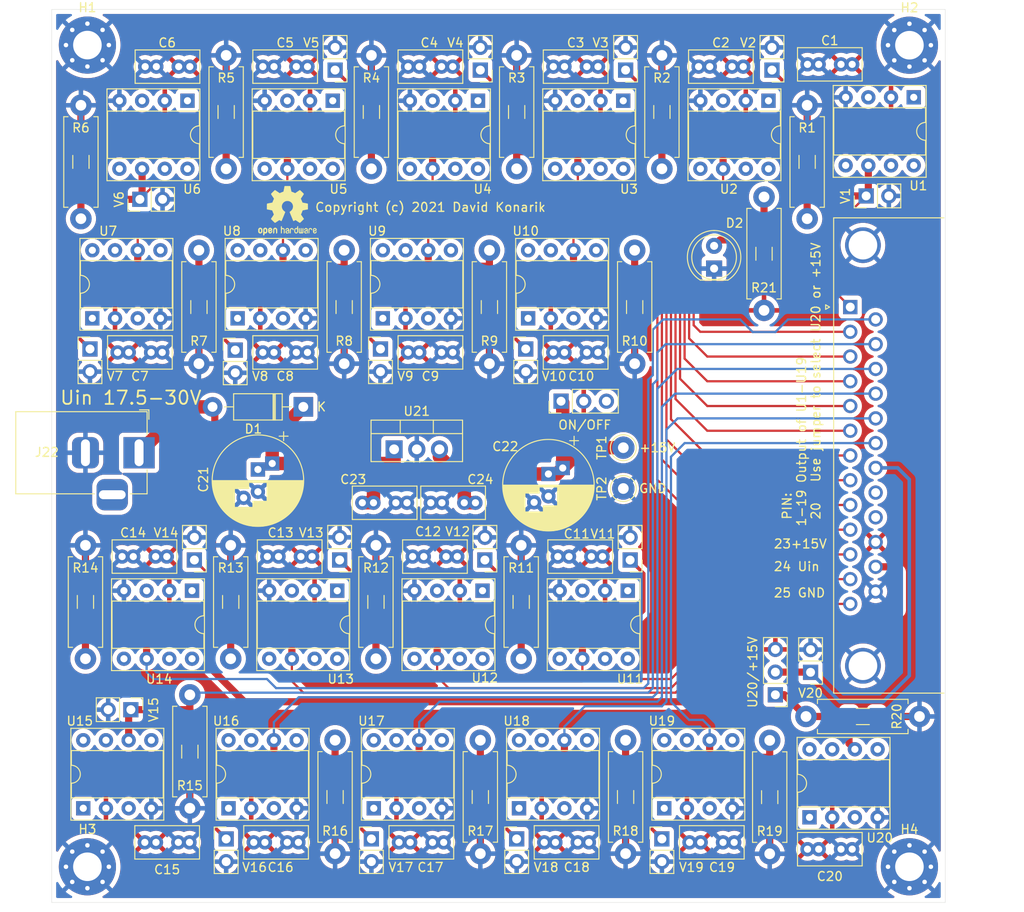
<source format=kicad_pcb>
(kicad_pcb (version 20211014) (generator pcbnew)
  (layers (0 "F.Cu" signal "Front") (31 "B.Cu" signal "Back") (34 "B.Paste" user) (35 "F.Paste" user) (36 "B.SilkS" user "B.Silkscreen") (37 "F.SilkS" user "F.Silkscreen") (38 "B.Mask" user) (39 "F.Mask" user) (44 "Edge.Cuts" user))
  (net 0 "")
  (net 1 "+15V")
  (net 2 "GNDD")
  (net 103 "Net-(JP1-Pad1)")
  (net 105 "/Uin")
  (net 106 "Net-(C21-Pad1)")
  (net 108 "/1")
  (net 109 "/2")
  (net 110 "/3")
  (net 111 "/4")
  (net 112 "/5")
  (net 113 "/6")
  (net 114 "/7")
  (net 115 "/8")
  (net 116 "/9")
  (net 117 "/10")
  (net 118 "Net-(D2-Pad2)")
  (net 119 "Net-(C22-Pad1)")
  (net 122 "Net-(J23-Pad11)")
  (net 123 "Net-(J23-Pad12)")
  (net 124 "Net-(J23-Pad13)")
  (net 125 "Net-(J23-Pad14)")
  (net 126 "Net-(J23-Pad15)")
  (net 127 "Net-(J23-Pad16)")
  (net 128 "Net-(J23-Pad17)")
  (net 129 "Net-(J23-Pad18)")
  (net 130 "Net-(J23-Pad19)")
  (net 131 "Net-(J23-Pad20)")
  (footprint "LED_THT:LED_D5.0mm" (layer "F.Cu") (at 215.138 48.011 90)
    (fp_text reference "D2")
    (fp_text value "LED")
  )
  (footprint "Package_DIP:DIP-8_W7.62mm_Socket" (layer "F.Cu") (at 156.708 84.084 -90)
    (fp_text reference "U14")
    (fp_text value "LT1019xN8")
  )
  (footprint "Capacitor_THT:C_Rect_L7.0mm_W3.5mm_P2.50mm_P5.00mm" (layer "F.Cu") (at 156.464 25.4 180)
    (fp_text reference "C6")
    (fp_text value "100n")
  )
  (footprint "Capacitor_THT:C_Rect_L7.0mm_W3.5mm_P2.50mm_P5.00mm" (layer "F.Cu") (at 163.616 112.268)
    (fp_text reference "C16")
    (fp_text value "100n")
  )
  (footprint "Capacitor_THT:C_Rect_L7.0mm_W3.5mm_P2.50mm_P5.00mm" (layer "F.Cu") (at 151.424 112.268)
    (fp_text reference "C15")
    (fp_text value "100n")
  )
  (footprint "Capacitor_THT:C_Rect_L7.0mm_W3.5mm_P2.50mm_P5.00mm" (layer "F.Cu") (at 218.4 25.4 180)
    (fp_text reference "C2")
    (fp_text value "100n")
  )
  (footprint "David:THT_R_1206_3216Metric_Pad1.30x1.75mm_HandSolder" (layer "F.Cu") (at 220.726 46.355 -90)
    (fp_text reference "R21")
    (fp_text value "R_Small")
  )
  (footprint "Capacitor_THT:C_Rect_L7.0mm_W3.5mm_P2.50mm_P5.00mm" (layer "F.Cu") (at 164.632 57.404)
    (fp_text reference "C8")
    (fp_text value "100n")
  )
  (footprint "Connector_BarrelJack:BarrelJack_Horizontal" (layer "F.Cu") (at 150.78 68.6385)
    (fp_text reference "J22")
    (fp_text value "Barrel_Jack_MountingPin")
  )
  (footprint "Connector_PinHeader_2.54mm:PinHeader_1x02_P2.54mm_Vertical" (layer "F.Cu") (at 189.484 80.65 180)
    (fp_text reference "V12")
    (fp_text value "Conn_01x01")
  )
  (footprint "Package_DIP:DIP-8_W7.62mm_Socket" (layer "F.Cu") (at 221.224 29.22 -90)
    (fp_text reference "U2")
    (fp_text value "LT1019xN8")
  )
  (footprint "David:THT_R_1206_3216Metric_Pad1.30x1.75mm_HandSolder" (layer "F.Cu") (at 189.992 52.324 -90)
    (fp_text reference "R9")
    (fp_text value "R_Small")
  )
  (footprint "Capacitor_THT:C_Rect_L7.0mm_W3.5mm_P2.50mm_P5.00mm" (layer "F.Cu") (at 188.428 74.239 180)
    (fp_text reference "C24")
    (fp_text value "100n")
  )
  (footprint "David:THT_R_1206_3216Metric_Pad1.30x1.75mm_HandSolder" (layer "F.Cu") (at 172.72 107.188 -90)
    (fp_text reference "R16")
    (fp_text value "R_Small")
  )
  (footprint "Capacitor_THT:C_Rect_L7.0mm_W3.5mm_P2.50mm_P5.00mm" (layer "F.Cu") (at 186.396 80.264 180)
    (fp_text reference "C12")
    (fp_text value "100n")
  )
  (footprint "Capacitor_THT:C_Rect_L7.0mm_W3.5mm_P2.50mm_P5.00mm" (layer "F.Cu") (at 212.384 112.268)
    (fp_text reference "C19")
    (fp_text value "100n")
  )
  (footprint "Connector_PinHeader_2.54mm:PinHeader_1x02_P2.54mm_Vertical" (layer "F.Cu") (at 225.933 93.223 180)
    (fp_text reference "V20")
    (fp_text value "Conn_01x01")
  )
  (footprint "Capacitor_THT:C_Rect_L7.0mm_W3.5mm_P2.50mm_P5.00mm" (layer "F.Cu") (at 202.144 25.4 180)
    (fp_text reference "C3")
    (fp_text value "100n")
  )
  (footprint "Capacitor_THT:C_Rect_L7.0mm_W3.5mm_P2.50mm_P5.00mm" (layer "F.Cu") (at 197.144 57.404)
    (fp_text reference "C10")
    (fp_text value "100n")
  )
  (footprint "MountingHole:MountingHole_3.2mm_M3_Pad_Via" (layer "F.Cu") (at 237 115)
    (fp_text reference "H4")
    (fp_text value "MountingHole_Pad")
  )
  (footprint "Connector_PinHeader_2.54mm:PinHeader_1x02_P2.54mm_Vertical" (layer "F.Cu") (at 221.615 25.786 180)
    (fp_text reference "V2")
    (fp_text value "Conn_01x01")
  )
  (footprint "David:THT_R_1206_3216Metric_Pad1.30x1.75mm_HandSolder" (layer "F.Cu") (at 205.232 107.188 -90)
    (fp_text reference "R18")
    (fp_text value "R_Small")
  )
  (footprint "Package_DIP:DIP-8_W7.62mm_Socket" (layer "F.Cu") (at 188.712 29.22 -90)
    (fp_text reference "U4")
    (fp_text value "LT1019xN8")
  )
  (footprint "Capacitor_THT:CP_Radial_D10.0mm_P2.50mm_P5.00mm" (layer "F.Cu") (at 164.084 70.510323 -90)
    (fp_text reference "C21")
    (fp_text value "10uF")
  )
  (footprint "Package_TO_SOT_THT:TO-220-3_Vertical" (layer "F.Cu") (at 179.324 68.255)
    (fp_text reference "U21")
    (fp_text value "LM7815_TO220")
  )
  (footprint "Package_DIP:DIP-8_W7.62mm_Socket" (layer "F.Cu") (at 193.304 108.448 90)
    (fp_text reference "U18")
    (fp_text value "LT1019xN8")
  )
  (footprint "Connector_PinHeader_2.54mm:PinHeader_1x02_P2.54mm_Vertical" (layer "F.Cu") (at 194.056 57.018)
    (fp_text reference "V10")
    (fp_text value "Conn_01x01")
  )
  (footprint "Connector_PinHeader_2.54mm:PinHeader_1x02_P2.54mm_Vertical" (layer "F.Cu") (at 149.865 97.409 -90)
    (fp_text reference "V15")
    (fp_text value "Conn_01x01")
  )
  (footprint "Connector_PinHeader_2.54mm:PinHeader_1x02_P2.54mm_Vertical" (layer "F.Cu") (at 193.04 111.882)
    (fp_text reference "V18")
    (fp_text value "Conn_01x01")
  )
  (footprint "Package_DIP:DIP-8_W7.62mm_Socket" (layer "F.Cu") (at 209.56 108.448 90)
    (fp_text reference "U19")
    (fp_text value "LT1019xN8")
  )
  (footprint "TestPoint:TestPoint_THTPad_D2.5mm_Drill1.2mm" (layer "F.Cu") (at 204.978 72.644)
    (fp_text reference "TP2")
    (fp_text value "GND")
  )
  (footprint "Package_DIP:DIP-8_W7.62mm_Socket" (layer "F.Cu") (at 172.964 84.084 -90)
    (fp_text reference "U13")
    (fp_text value "LT1019xN8")
  )
  (footprint "David:THT_R_1206_3216Metric_Pad1.30x1.75mm_HandSolder" (layer "F.Cu") (at 231.785 98.171)
    (fp_text reference "R20")
    (fp_text value "R_Small")
  )
  (footprint "Connector_PinHeader_2.54mm:PinHeader_1x03_P2.54mm_Vertical" (layer "F.Cu") (at 221.996 95.743 180)
    (fp_text reference "JP1" hide)
    (fp_text value "Jumper_2_Open")
  )
  (footprint "David:THT_R_1206_3216Metric_Pad1.30x1.75mm_HandSolder" (layer "F.Cu") (at 160.528 30.48 90)
    (fp_text reference "R5")
    (fp_text value "R_Small")
  )
  (footprint "Capacitor_THT:C_Rect_L7.0mm_W3.5mm_P2.50mm_P5.00mm" (layer "F.Cu") (at 230.592 25.146 180)
    (fp_text reference "C1")
    (fp_text value "100n")
  )
  (footprint "David:THT_R_1206_3216Metric_Pad1.30x1.75mm_HandSolder" (layer "F.Cu") (at 144.272 36.068 90)
    (fp_text reference "R6")
    (fp_text value "R_Small")
  )
  (footprint "TestPoint:TestPoint_THTPad_D2.5mm_Drill1.2mm" (layer "F.Cu") (at 204.978 68.072)
    (fp_text reference "TP1")
    (fp_text value "+15V")
  )
  (footprint "David:THT_R_1206_3216Metric_Pad1.30x1.75mm_HandSolder" (layer "F.Cu") (at 221.361 107.206 -90)
    (fp_text reference "R19")
    (fp_text value "R_Small")
  )
  (footprint "Package_DIP:DIP-8_W7.62mm_Socket" (layer "F.Cu") (at 144.536 108.448 90)
    (fp_text reference "U15")
    (fp_text value "LT1019xN8")
  )
  (footprint "Capacitor_THT:CP_Radial_D10.0mm_P2.50mm_P5.00mm" (layer "F.Cu") (at 196.596 71.018323 -90)
    (fp_text reference "C22")
    (fp_text value "10uF")
  )
  (footprint "Capacitor_THT:C_Rect_L7.0mm_W3.5mm_P2.50mm_P5.00mm" (layer "F.Cu") (at 225.592 113.03)
    (fp_text reference "C20")
    (fp_text value "100n")
  )
  (footprint "Connector_PinHeader_2.54mm:PinHeader_1x02_P2.54mm_Vertical" (layer "F.Cu") (at 177.8 57.018)
    (fp_text reference "V9")
    (fp_text value "Conn_01x01")
  )
  (footprint "Capacitor_THT:C_Rect_L7.0mm_W3.5mm_P2.50mm_P5.00mm" (layer "F.Cu") (at 170.14 80.264 180)
    (fp_text reference "C13")
    (fp_text value "100n")
  )
  (footprint "Connector_PinHeader_2.54mm:PinHeader_1x02_P2.54mm_Vertical" (layer "F.Cu") (at 188.976 25.786 180)
    (fp_text reference "V4")
    (fp_text value "Conn_01x01")
  )
  (footprint "Connector_PinHeader_2.54mm:PinHeader_1x02_P2.54mm_Vertical" (layer "F.Cu") (at 176.784 111.882)
    (fp_text reference "V17")
    (fp_text value "Conn_01x01")
  )
  (footprint "David:THT_R_1206_3216Metric_Pad1.30x1.75mm_HandSolder" (layer "F.Cu") (at 193.548 85.344 90)
    (fp_text reference "R11")
    (fp_text value "R_Small")
  )
  (footprint "Connector_PinHeader_2.54mm:PinHeader_1x02_P2.54mm_Vertical" (layer "F.Cu") (at 172.72 25.786 180)
    (fp_text reference "V5")
    (fp_text value "Conn_01x01")
  )
  (footprint "Package_DIP:DIP-8_W7.62mm_Socket" (layer "F.Cu") (at 161.808 53.584 90)
    (fp_text reference "U8")
    (fp_text value "LT1019xN8")
  )
  (footprint "Package_DIP:DIP-8_W7.62mm_Socket" (layer "F.Cu") (at 237.48 28.839 -90)
    (fp_text reference "U1")
    (fp_text value "LT1019xN8")
  )
  (footprint "David:THT_R_1206_3216Metric_Pad1.30x1.75mm_HandSolder" (layer "F.Cu") (at 193.04 30.48 90)
    (fp_text reference "R3")
    (fp_text value "R_Small")
  )
  (footprint "Connector_Dsub:DSUB-25_Female_Horizontal_P2.77x2.84mm_EdgePinOffset7.70mm_Housed_MountingHolesOffset9.12mm" (layer "F.Cu") (at 230.378 52.324 90)
    (fp_text reference "J23")
    (fp_text value "DB25_Female_MountingHoles")
  )
  (footprint "MountingHole:MountingHole_3.2mm_M3_Pad_Via" (layer "F.Cu") (at 237 23)
    (fp_text reference "H2")
    (fp_text value "MountingHole_Pad")
  )
  (footprint "Package_DIP:DIP-8_W7.62mm_Socket" (layer "F.Cu") (at 177.048 108.448 90)
    (fp_text reference "U17")
    (fp_text value "LT1019xN8")
  )
  (footprint "Diode_THT:D_DO-41_SOD81_P10.16mm_Horizontal" (layer "F.Cu") (at 169.164 63.5 180)
    (fp_text reference "D1")
    (fp_text value "DIODE")
  )
  (footprint "David:THT_R_1206_3216Metric_Pad1.30x1.75mm_HandSolder" (layer "F.Cu") (at 176.784 30.48 90)
    (fp_text reference "R4")
    (fp_text value "R_Small")
  )
  (footprint "Package_DIP:DIP-8_W7.62mm_Socket" (layer "F.Cu") (at 156.2 29.22 -90)
    (fp_text reference "U6")
    (fp_text value "LT1019xN8")
  )
  (footprint "Capacitor_THT:C_Rect_L7.0mm_W3.5mm_P2.50mm_P5.00mm" (layer "F.Cu") (at 179.872 112.268)
    (fp_text reference "C17")
    (fp_text value "100n")
  )
  (footprint "David:THT_R_1206_3216Metric_Pad1.30x1.75mm_HandSolder" (layer "F.Cu") (at 188.976 107.188 -90)
    (fp_text reference "R17")
    (fp_text value "R_Small")
  )
  (footprint "David:THT_R_1206_3216Metric_Pad1.30x1.75mm_HandSolder" (layer "F.Cu") (at 209.296 30.48 90)
    (fp_text reference "R2")
    (fp_text value "R_Small")
  )
  (footprint "Connector_PinHeader_2.54mm:PinHeader_1x03_P2.54mm_Vertical" (layer "F.Cu") (at 198.008 62.865 90)
    (fp_text reference "JP2")
    (fp_text value "ON/OFF")
  )
  (footprint "Connector_PinHeader_2.54mm:PinHeader_1x02_P2.54mm_Vertical" (layer "F.Cu") (at 205.232 25.786 180)
    (fp_text reference "V3")
    (fp_text value "Conn_01x01")
  )
  (footprint "Capacitor_THT:C_Rect_L7.0mm_W3.5mm_P2.50mm_P5.00mm" (layer "F.Cu") (at 185.888 25.4 180)
    (fp_text reference "C4")
    (fp_text value "100n")
  )
  (footprint "Capacitor_THT:C_Rect_L7.0mm_W3.5mm_P2.50mm_P5.00mm" (layer "F.Cu") (at 153.884 80.264 180)
    (fp_text reference "C14")
    (fp_text value "100n")
  )
  (footprint "Capacitor_THT:C_Rect_L7.0mm_W3.5mm_P2.50mm_P5.00mm" (layer "F.Cu") (at 175.768 74.239)
    (fp_text reference "C23")
    (fp_text value "100n")
  )
  (footprint "David:THT_R_1206_3216Metric_Pad1.30x1.75mm_HandSolder" (layer "F.Cu") (at 206.248 52.324 -90)
    (fp_text reference "R10")
    (fp_text value "R_Small")
  )
  (footprint "Package_DIP:DIP-8_W7.62mm_Socket" (layer "F.Cu") (at 205.476 84.084 -90)
    (fp_text reference "U11")
    (fp_text value "LT1019xN8")
  )
  (footprint "Connector_PinHeader_2.54mm:PinHeader_1x02_P2.54mm_Vertical" (layer "F.Cu") (at 205.74 80.65 180)
    (fp_text reference "V11")
    (fp_text value "Conn_01x01")
  )
  (footprint "Connector_PinHeader_2.54mm:PinHeader_1x02_P2.54mm_Vertical" (layer "F.Cu") (at 145.288 57.018)
    (fp_text reference "V7")
    (fp_text value "Conn_01x01")
  )
  (footprint "David:THT_R_1206_3216Metric_Pad1.30x1.75mm_HandSolder" (layer "F.Cu") (at 144.78 85.344 90)
    (fp_text reference "R14")
    (fp_text value "R_Small")
  )
  (footprint "David:THT_R_1206_3216Metric_Pad1.30x1.75mm_HandSolder" (layer "F.Cu") (at 161.036 85.344 90)
    (fp_text reference "R13")
    (fp_text value "R_Small")
  )
  (footprint "Capacitor_THT:C_Rect_L7.0mm_W3.5mm_P2.50mm_P5.00mm" (layer "F.Cu") (at 169.632 25.4 180)
    (fp_text reference "C5")
    (fp_text value "100n")
  )
  (footprint "Connector_PinHeader_2.54mm:PinHeader_1x02_P2.54mm_Vertical" (layer "F.Cu") (at 209.296 111.882)
    (fp_text reference "V19")
    (fp_text value "Conn_01x01")
  )
  (footprint "Capacitor_THT:C_Rect_L7.0mm_W3.5mm_P2.50mm_P5.00mm" (layer "F.Cu") (at 148.376 57.404)
    (fp_text reference "C7")
    (fp_text value "100n")
  )
  (footprint "Connector_PinHeader_2.54mm:PinHeader_1x02_P2.54mm_Vertical" (layer "F.Cu") (at 150.871 40.259 90)
    (fp_text reference "V6")
    (fp_text value "Conn_01x01")
  )
  (footprint "Package_DIP:DIP-8_W7.62mm_Socket" (layer "F.Cu") (at 160.792 108.448 90)
    (fp_text reference "U16")
    (fp_text value "LT1019xN8")
  )
  (footprint "Connector_PinHeader_2.54mm:PinHeader_1x02_P2.54mm_Vertical" (layer "F.Cu") (at 156.972 80.65 180)
    (fp_text reference "V14")
    (fp_text value "Conn_01x01")
  )
  (footprint "Package_DIP:DIP-8_W7.62mm_Socket" (layer "F.Cu") (at 145.552 53.584 90)
    (fp_text reference "U7")
    (fp_text value "LT1019xN8")
  )
  (footprint "David:THT_R_1206_3216Metric_Pad1.30x1.75mm_HandSolder" (layer "F.Cu") (at 173.736 52.324 -90)
    (fp_text reference "R8")
    (fp_text value "R_Small")
  )
  (footprint "MountingHole:MountingHole_3.2mm_M3_Pad_Via" (layer "F.Cu") (at 145 22.987)
    (fp_text reference "H1")
    (fp_text value "MountingHole_Pad")
  )
  (footprint "Connector_PinHeader_2.54mm:PinHeader_1x02_P2.54mm_Vertical" (layer "F.Cu") (at 161.544 57.145)
    (fp_text reference "V8")
    (fp_text value "Conn_01x01")
  )
  (footprint "Package_DIP:DIP-8_W7.62mm_Socket" (layer "F.Cu") (at 225.816 109.464 90)
    (fp_text reference "U20")
    (fp_text value "LT1019xN8")
  )
  (footprint "Package_DIP:DIP-8_W7.62mm_Socket" (layer "F.Cu") (at 178.064 53.584 90)
    (fp_text reference "U9")
    (fp_text value "LT1019xN8")
  )
  (footprint "Capacitor_THT:C_Rect_L7.0mm_W3.5mm_P2.50mm_P5.00mm" (layer "F.Cu") (at 180.888 57.404)
    (fp_text reference "C9")
    (fp_text value "100n")
  )
  (footprint "Connector_PinHeader_2.54mm:PinHeader_1x02_P2.54mm_Vertical" (layer "F.Cu") (at 173.228 80.65 180)
    (fp_text reference "V13")
    (fp_text value "Conn_01x01")
  )
  (footprint "David:THT_R_1206_3216Metric_Pad1.30x1.75mm_HandSolder" (layer "F.Cu") (at 177.292 85.344 90)
    (fp_text reference "R12")
    (fp_text value "R_Small")
  )
  (footprint "Connector_PinHeader_2.54mm:PinHeader_1x02_P2.54mm_Vertical" (layer "F.Cu") (at 232.156 39.878 90)
    (fp_text reference "V1")
    (fp_text value "Conn_01x01")
  )
  (footprint "Package_DIP:DIP-8_W7.62mm_Socket" (layer "F.Cu") (at 204.968 29.22 -90)
    (fp_text reference "U3")
    (fp_text value "LT1019xN8")
  )
  (footprint "Capacitor_THT:C_Rect_L7.0mm_W3.5mm_P2.50mm_P5.00mm" (layer "F.Cu") (at 196.128 112.268)
    (fp_text reference "C18")
    (fp_text value "100n")
  )
  (footprint "Capacitor_THT:C_Rect_L7.0mm_W3.5mm_P2.50mm_P5.00mm" (layer "F.Cu") (at 202.652 80.264 180)
    (fp_text reference "C11")
    (fp_text value "100n")
  )
  (footprint "Package_DIP:DIP-8_W7.62mm_Socket" (layer "F.Cu") (at 189.22 84.084 -90)
    (fp_text reference "U12")
    (fp_text value "LT1019xN8")
  )
  (footprint "David:THT_R_1206_3216Metric_Pad1.30x1.75mm_HandSolder" (layer "F.Cu") (at 157.48 52.324 -90)
    (fp_text reference "R7")
    (fp_text value "R_Small")
  )
  (footprint "Package_DIP:DIP-8_W7.62mm_Socket" (layer "F.Cu") (at 172.456 29.22 -90)
    (fp_text reference "U5")
    (fp_text value "LT1019xN8")
  )
  (footprint "Package_DIP:DIP-8_W7.62mm_Socket" (layer "F.Cu") (at 194.32 53.584 90)
    (fp_text reference "U10")
    (fp_text value "LT1019xN8")
  )
  (footprint "David:THT_R_1206_3216Metric_Pad1.30x1.75mm_HandSolder" (layer "F.Cu") (at 156.464 102.108 -90)
    (fp_text reference "R15")
    (fp_text value "R_Small")
  )
  (footprint "MountingHole:MountingHole_3.2mm_M3_Pad_Via" (layer "F.Cu") (at 145 115)
    (fp_text reference "H3")
    (fp_text value "MountingHole_Pad")
  )
  (footprint "Connector_PinHeader_2.54mm:PinHeader_1x02_P2.54mm_Vertical" (layer "F.Cu") (at 160.528 111.887)
    (fp_text reference "V16")
    (fp_text value "Conn_01x01")
  )
  (footprint "David:THT_R_1206_3216Metric_Pad1.30x1.75mm_HandSolder" (layer "F.Cu") (at 225.552 36.068 90)
    (fp_text reference "R1")
    (fp_text value "R_Small")
  )
  (footprint "Symbol:OSHW-Logo2_7.3x6mm_SilkScreen" (layer "F.Cu") (at 167.386 41.529)
    (fp_text reference "LOGO1" hide)
    (fp_text value "OSHW-LOGOL" hide)
  )
  (gr_line (start 241 119) (end 141 119) (layer "Edge.Cuts") (width 0.0381))
  (gr_line (start 141 19) (end 241 19) (layer "Edge.Cuts") (width 0.0381))
  (gr_line (start 141 119) (end 141 19) (layer "Edge.Cuts") (width 0.0381))
  (gr_line (start 241 19) (end 241 119) (layer "Edge.Cuts") (width 0.0381))
  (gr_text " PIN:\n1-19 Output of U1-U19\n 20   Use jumper to select U20 or +15V" (at 224.917 76.962 90) (layer "F.SilkS") (effects (font (size 1 1)) (justify left)))
  (gr_text "Copyright (c) 2021 David Konarik" (at 183.388 41.148) (layer "F.SilkS") (effects (font (size 1 1))))
  (gr_text "Uin 17.5-30V" (at 149.86 62.484) (layer "F.SilkS") (effects (font (size 1.5 1.5) (thickness 0.2))))
  (gr_text "23+15V" (at 221.742 78.8416) (layer "F.SilkS") (effects (font (size 1 1)) (justify left)))
  (gr_text "25 GND" (at 221.742 84.328) (layer "F.SilkS") (effects (font (size 1 1)) (justify left)))
  (gr_text "24 Uin" (at 221.742 81.3816) (layer "F.SilkS") (effects (font (size 1 1)) (justify left)))
  (segment (start 176.784 24.14) (end 176.784 28.93) (width 0.8) (layer "F.Cu") (net 2))
  (segment (start 189.992 53.874) (end 189.992 58.664) (width 0.8) (layer "F.Cu") (net 2))
  (segment (start 205.232 108.738) (end 205.232 113.528) (width 0.8) (layer "F.Cu") (net 2))
  (segment (start 225.552 29.728) (end 225.552 34.518) (width 0.8) (layer "F.Cu") (net 2))
  (segment (start 193.04 24.14) (end 193.04 28.93) (width 0.8) (layer "F.Cu") (net 2))
  (segment (start 233.335 98.171) (end 238.125 98.171) (width 0.8) (layer "F.Cu") (net 2))
  (segment (start 161.036 79.004) (end 161.036 83.794) (width 0.8) (layer "F.Cu") (net 2))
  (segment (start 156.464 103.658) (end 156.464 108.448) (width 0.8) (layer "F.Cu") (net 2))
  (segment (start 144.78 83.794) (end 144.78 79.004) (width 0.8) (layer "F.Cu") (net 2))
  (segment (start 193.548 83.794) (end 193.548 79.004) (width 0.8) (layer "F.Cu") (net 2))
  (segment (start 144.272 34.518) (end 144.272 29.728) (width 0.8) (layer "F.Cu") (net 2))
  (segment (start 209.296 28.93) (end 209.296 24.14) (width 0.8) (layer "F.Cu") (net 2))
  (segment (start 188.976 113.528) (end 188.976 108.738) (width 0.8) (layer "F.Cu") (net 2))
  (segment (start 172.72 108.738) (end 172.72 113.528) (width 0.8) (layer "F.Cu") (net 2))
  (segment (start 206.248 53.874) (end 206.248 58.664) (width 0.8) (layer "F.Cu") (net 2))
  (segment (start 173.736 53.874) (end 173.736 58.664) (width 0.8) (layer "F.Cu") (net 2))
  (segment (start 157.48 53.874) (end 157.48 58.664) (width 0.8) (layer "F.Cu") (net 2))
  (segment (start 160.528 28.93) (end 160.528 24.14) (width 0.8) (layer "F.Cu") (net 2))
  (segment (start 221.361 108.756) (end 221.361 113.546) (width 0.8) (layer "F.Cu") (net 2))
  (segment (start 177.292 83.794) (end 177.292 79.004) (width 0.8) (layer "F.Cu") (net 2))
  (segment (start 222.997 95.743) (end 225.425 98.171) (width 0.8) (layer "F.Cu") (net 103))
  (segment (start 230.896 101.844) (end 230.235 101.183) (width 0.8) (layer "F.Cu") (net 103))
  (segment (start 230.235 101.183) (end 230.235 98.171) (width 0.8) (layer "F.Cu") (net 103))
  (segment (start 225.425 98.171) (end 230.235 98.171) (width 0.8) (layer "F.Cu") (net 103))
  (segment (start 221.996 95.743) (end 222.997 95.743) (width 0.8) (layer "F.Cu") (net 103))
  (segment (start 159.258 81.28) (end 159.258 89.916) (width 0.8) (layer "F.Cu") (net 105))
  (segment (start 214.122 89.408) (end 215.519 88.011) (width 0.8) (layer "F.Cu") (net 105))
  (segment (start 155.9185 63.5) (end 159.004 63.5) (width 1.5) (layer "F.Cu") (net 105))
  (segment (start 159.258 89.916) (end 158.75 90.424) (width 0.8) (layer "F.Cu") (net 105))
  (segment (start 159.004 63.5) (end 159.258 63.754) (width 0.8) (layer "F.Cu") (net 105))
  (segment (start 233.934 88.011) (end 235.712 86.233) (width 0.8) (layer "F.Cu") (net 105))
  (segment (start 158.75 90.424) (end 158.75 92.71) (width 0.8) (layer "F.Cu") (net 105))
  (segment (start 150.78 68.6385) (end 155.9185 63.5) (width 1.5) (layer "F.Cu") (net 105))
  (segment (start 159.258 63.754) (end 159.258 76.962) (width 0.8) (layer "F.Cu") (net 105))
  (segment (start 235.712 86.233) (end 235.712 82.042) (width 0.8) (layer "F.Cu") (net 105))
  (segment (start 235.712 82.042) (end 235.079 81.409) (width 0.8) (layer "F.Cu") (net 105))
  (segment (start 158.75 92.71) (end 162.56 96.52) (width 0.8) (layer "F.Cu") (net 105))
  (segment (start 159.258 76.962) (end 159.004 77.216) (width 0.8) (layer "F.Cu") (net 105))
  (segment (start 235.079 81.409) (end 233.218 81.409) (width 0.8) (layer "F.Cu") (net 105))
  (segment (start 159.004 81.026) (end 159.258 81.28) (width 0.8) (layer "F.Cu") (net 105))
  (segment (start 214.122 93.98) (end 214.122 89.408) (width 0.8) (layer "F.Cu") (net 105))
  (segment (start 211.582 96.52) (end 214.122 93.98) (width 0.8) (layer "F.Cu") (net 105))
  (segment (start 215.519 88.011) (end 233.934 88.011) (width 0.8) (layer "F.Cu") (net 105))
  (segment (start 162.56 96.52) (end 211.582 96.52) (width 0.8) (layer "F.Cu") (net 105))
  (segment (start 159.004 77.216) (end 159.004 81.026) (width 0.8) (layer "F.Cu") (net 105))
  (segment (start 165.684 69.839386) (end 178.622386 69.839386) (width 1.5) (layer "F.Cu") (net 106))
  (segment (start 177.018 74.239) (end 177.018 72.847) (width 1.5) (layer "F.Cu") (net 106))
  (segment (start 179.324 70.541) (end 179.324 68.255) (width 1.5) (layer "F.Cu") (net 106))
  (segment (start 177.018 72.847) (end 179.324 70.541) (width 1.5) (layer "F.Cu") (net 106))
  (segment (start 175.768 74.239) (end 177.018 74.239) (width 1.5) (layer "F.Cu") (net 106))
  (segment (start 165.684 69.839386) (end 165.684 66.98) (width 1.5) (layer "F.Cu") (net 106))
  (segment (start 165.684 66.98) (end 169.164 63.5) (width 1.5) (layer "F.Cu") (net 106))
  (segment (start 232.156 39.878) (end 225.552 39.878) (width 0.8) (layer "F.Cu") (net 108))
  (segment (start 232.4 36.459) (end 232.4 39.634) (width 0.8) (layer "F.Cu") (net 108))
  (segment (start 225.552 39.878) (end 225.552 42.428) (width 0.8) (layer "F.Cu") (net 108))
  (segment (start 230.378 52.324) (end 228.346 50.292) (width 0.25) (layer "F.Cu") (net 108))
  (segment (start 228.346 43.688) (end 232.156 39.878) (width 0.25) (layer "F.Cu") (net 108))
  (segment (start 232.4 39.634) (end 232.156 39.878) (width 0.8) (layer "F.Cu") (net 108))
  (segment (start 225.552 37.618) (end 225.552 39.116) (width 0.8) (layer "F.Cu") (net 108))
  (segment (start 225.552 39.116) (end 225.552 39.878) (width 0.8) (layer "F.Cu") (net 108))
  (segment (start 228.346 50.292) (end 228.346 43.688) (width 0.25) (layer "F.Cu") (net 108))
  (segment (start 212.852 42.164) (end 212.852 54.356) (width 0.25) (layer "F.Cu") (net 109))
  (segment (start 213.59 55.094) (end 230.378 55.094) (width 0.25) (layer "F.Cu") (net 109))
  (segment (start 216.144 36.84) (end 216.144 35.169) (width 0.8) (layer "F.Cu") (net 109))
  (segment (start 209.296 32.03) (end 209.296 34.671) (width 0.8) (layer "F.Cu") (net 109))
  (segment (start 219.837 34.671) (end 223.012 31.496) (width 0.4) (layer "F.Cu") (net 109))
  (segment (start 215.646 34.671) (end 209.296 34.671) (width 0.8) (layer "F.Cu") (net 109))
  (segment (start 209.296 34.671) (end 209.296 36.84) (width 0.8) (layer "F.Cu") (net 109))
  (segment (start 216.144 36.84) (end 216.144 38.872) (width 0.25) (layer "F.Cu") (net 109))
  (segment (start 223.012 27.178) (end 221.615 25.781) (width 0.4) (layer "F.Cu") (net 109))
  (segment (start 223.012 31.496) (end 223.012 27.178) (width 0.4) (layer "F.Cu") (net 109))
  (segment (start 216.144 38.872) (end 212.852 42.164) (width 0.25) (layer "F.Cu") (net 109))
  (segment (start 216.144 35.169) (end 215.646 34.671) (width 0.8) (layer "F.Cu") (net 109))
  (segment (start 212.852 54.356) (end 213.59 55.094) (width 0.25) (layer "F.Cu") (net 109))
  (segment (start 215.646 34.671) (end 219.837 34.671) (width 0.4) (layer "F.Cu") (net 109))
  (segment (start 203.327 34.925) (end 206.756 31.496) (width 0.4) (layer "F.Cu") (net 110))
  (segment (start 212.344 40.62776) (end 211.34024 39.624) (width 0.25) (layer "F.Cu") (net 110))
  (segment (start 212.344 55.832) (end 212.344 40.62776) (width 0.25) (layer "F.Cu") (net 110))
  (segment (start 193.04 34.925) (end 193.04 36.84) (width 0.8) (layer "F.Cu") (net 110))
  (segment (start 199.888 38.852) (end 199.888 36.84) (width 0.25) (layer "F.Cu") (net 110))
  (segment (start 199.888 36.84) (end 199.888 35.423) (width 0.8) (layer "F.Cu") (net 110))
  (segment (start 206.756 31.496) (end 206.756 27.31) (width 0.4) (layer "F.Cu") (net 110))
  (segment (start 199.39 34.925) (end 203.327 34.925) (width 0.4) (layer "F.Cu") (net 110))
  (segment (start 211.34024 39.624) (end 200.66 39.624) (width 0.25) (layer "F.Cu") (net 110))
  (segment (start 214.376 57.864) (end 230.378 57.864) (width 0.25) (layer "F.Cu") (net 110))
  (segment (start 199.888 35.423) (end 199.39 34.925) (width 0.8) (layer "F.Cu") (net 110))
  (segment (start 200.66 39.624) (end 199.888 38.852) (width 0.25) (layer "F.Cu") (net 110))
  (segment (start 214.376 57.864) (end 212.344 55.832) (width 0.25) (layer "F.Cu") (net 110))
  (segment (start 193.04 32.03) (end 193.04 34.925) (width 0.8) (layer "F.Cu") (net 110))
  (segment (start 199.39 34.925) (end 193.04 34.925) (width 0.8) (layer "F.Cu") (net 110))
  (segment (start 206.756 27.31) (end 205.232 25.786) (width 0.4) (layer "F.Cu") (net 110))
  (segment (start 176.784 34.544) (end 176.784 32.03) (width 0.8) (layer "F.Cu") (net 111))
  (segment (start 211.836 41.148) (end 211.836 58.094) (width 0.25) (layer "F.Cu") (net 111))
  (segment (start 185.42 40.132) (end 210.82 40.132) (width 0.25) (layer "F.Cu") (net 111))
  (segment (start 190.5 27.305) (end 188.976 25.781) (width 0.4) (layer "F.Cu") (net 111))
  (segment (start 210.82 40.132) (end 211.836 41.148) (width 0.25) (layer "F.Cu") (net 111))
  (segment (start 211.836 58.094) (end 214.376 60.634) (width 0.25) (layer "F.Cu") (net 111))
  (segment (start 183.632 35.042) (end 186.954 35.042) (width 0.4) (layer "F.Cu") (net 111))
  (segment (start 183.632 36.84) (end 183.632 35.042) (width 0.8) (layer "F.Cu") (net 111))
  (segment (start 186.954 35.042) (end 190.5 31.496) (width 0.4) (layer "F.Cu") (net 111))
  (segment (start 183.632 38.344) (end 183.632 36.84) (width 0.25) (layer "F.Cu") (net 111))
  (segment (start 190.5 31.496) (end 190.5 27.305) (width 0.4) (layer "F.Cu") (net 111))
  (segment (start 176.784 36.84) (end 176.784 34.544) (width 0.8) (layer "F.Cu") (net 111))
  (segment (start 183.632 35.042) (end 183.134 34.544) (width 0.8) (layer "F.Cu") (net 111))
  (segment (start 185.42 40.132) (end 183.632 38.344) (width 0.25) (layer "F.Cu") (net 111))
  (segment (start 183.134 34.544) (end 176.784 34.544) (width 0.8) (layer "F.Cu") (net 111))
  (segment (start 214.376 60.634) (end 230.378 60.634) (width 0.25) (layer "F.Cu") (net 111))
  (segment (start 160.528 32.03) (end 160.528 34.798) (width 0.8) (layer "F.Cu") (net 112))
  (segment (start 211.328 41.656) (end 210.312 40.64) (width 0.25) (layer "F.Cu") (net 112))
  (segment (start 166.878 34.798) (end 170.942 34.798) (width 0.4) (layer "F.Cu") (net 112))
  (segment (start 174.244 27.305) (end 172.72 25.781) (width 0.4) (layer "F.Cu") (net 112))
  (segment (start 214.376 63.404) (end 230.378 63.404) (width 0.25) (layer "F.Cu") (net 112))
  (segment (start 167.376 35.296) (end 166.878 34.798) (width 0.8) (layer "F.Cu") (net 112))
  (segment (start 174.244 31.496) (end 174.244 27.305) (width 0.4) (layer "F.Cu") (net 112))
  (segment (start 166.878 34.798) (end 160.528 34.798) (width 0.8) (layer "F.Cu") (net 112))
  (segment (start 160.528 34.798) (end 160.528 36.84) (width 0.8) (layer "F.Cu") (net 112))
  (segment (start 214.376 63.404) (end 211.328 60.356) (width 0.25) (layer "F.Cu") (net 112))
  (segment (start 210.312 40.64) (end 168.656 40.64) (width 0.25) (layer "F.Cu") (net 112))
  (segment (start 167.376 39.36) (end 167.376 36.84) (width 0.25) (layer "F.Cu") (net 112))
  (segment (start 167.376 36.84) (end 167.376 35.296) (width 0.8) (layer "F.Cu") (net 112))
  (segment (start 168.656 40.64) (end 167.376 39.36) (width 0.25) (layer "F.Cu") (net 112))
  (segment (start 170.942 34.798) (end 174.244 31.496) (width 0.4) (layer "F.Cu") (net 112))
  (segment (start 211.328 60.356) (end 211.328 41.656) (width 0.25) (layer "F.Cu") (net 112))
  (segment (start 144.272 40.259) (end 144.272 42.428) (width 0.8) (layer "F.Cu") (net 113))
  (segment (start 214.376 66.174) (end 210.82 62.618) (width 0.25) (layer "F.Cu") (net 113))
  (segment (start 150.871 40.259) (end 152.522 38.608) (width 0.25) (layer "F.Cu") (net 113))
  (segment (start 154.813 38.608) (end 157.353 41.148) (width 0.25) (layer "F.Cu") (net 113))
  (segment (start 214.376 66.174) (end 230.378 66.174) (width 0.25) (layer "F.Cu") (net 113))
  (segment (start 209.804 41.148) (end 157.353 41.148) (width 0.25) (layer "F.Cu") (net 113))
  (segment (start 144.272 37.618) (end 144.272 40.259) (width 0.8) (layer "F.Cu") (net 113))
  (segment (start 150.871 40.259) (end 144.272 40.259) (width 0.8) (layer "F.Cu") (net 113))
  (segment (start 151.12 40.01) (end 150.871 40.259) (width 0.8) (layer "F.Cu") (net 113))
  (segment (start 152.522 38.608) (end 154.813 38.608) (width 0.25) (layer "F.Cu") (net 113))
  (segment (start 210.82 42.164) (end 209.804 41.148) (width 0.25) (layer "F.Cu") (net 113))
  (segment (start 210.82 62.618) (end 210.82 42.164) (width 0.25) (layer "F.Cu") (net 113))
  (segment (start 151.12 36.84) (end 151.12 40.01) (width 0.8) (layer "F.Cu") (net 113))
  (segment (start 210.312 64.88) (end 214.376 68.944) (width 0.25) (layer "F.Cu") (net 114))
  (segment (start 150.632 47.762) (end 151.003 48.133) (width 0.8) (layer "F.Cu") (net 114))
  (segment (start 152.908 41.656) (end 209.296 41.656) (width 0.25) (layer "F.Cu") (net 114))
  (segment (start 150.632 45.964) (end 150.632 47.762) (width 0.8) (layer "F.Cu") (net 114))
  (segment (start 150.632 43.932) (end 150.632 45.964) (width 0.25) (layer "F.Cu") (net 114))
  (segment (start 210.312 42.672) (end 210.312 64.88) (width 0.25) (layer "F.Cu") (net 114))
  (segment (start 209.296 41.656) (end 210.312 42.672) (width 0.25) (layer "F.Cu") (net 114))
  (segment (start 151.13 48.26) (end 157.48 48.26) (width 0.8) (layer "F.Cu") (net 114))
  (segment (start 147.447 48.133) (end 143.764 51.816) (width 0.4) (layer "F.Cu") (net 114))
  (segment (start 151.003 48.133) (end 147.447 48.133) (width 0.4) (layer "F.Cu") (net 114))
  (segment (start 157.48 48.26) (end 157.48 50.774) (width 0.8) (layer "F.Cu") (net 114))
  (segment (start 143.764 55.499) (end 145.288 57.023) (width 0.4) (layer "F.Cu") (net 114))
  (segment (start 152.908 41.656) (end 150.632 43.932) (width 0.25) (layer "F.Cu") (net 114))
  (segment (start 214.376 68.944) (end 230.378 68.944) (width 0.25) (layer "F.Cu") (net 114))
  (segment (start 151.003 48.133) (end 151.13 48.26) (width 0.8) (layer "F.Cu") (net 114))
  (segment (start 143.764 51.816) (end 143.764 55.499) (width 0.4) (layer "F.Cu") (net 114))
  (segment (start 157.48 45.964) (end 157.48 48.26) (width 0.8) (layer "F.Cu") (net 114))
  (segment (start 160.02 55.621) (end 161.544 57.145) (width 0.4) (layer "F.Cu") (net 115))
  (segment (start 166.888 43.932) (end 166.888 45.964) (width 0.25) (layer "F.Cu") (net 115))
  (segment (start 168.656 42.164) (end 166.888 43.932) (width 0.25) (layer "F.Cu") (net 115))
  (segment (start 214.376 71.714) (end 230.378 71.714) (width 0.25) (layer "F.Cu") (net 115))
  (segment (start 208.788 42.164) (end 209.804 43.18) (width 0.25) (layer "F.Cu") (net 115))
  (segment (start 168.656 42.164) (end 208.788 42.164) (width 0.25) (layer "F.Cu") (net 115))
  (segment (start 160.02 54.991) (end 160.02 55.621) (width 0.4) (layer "F.Cu") (net 115))
  (segment (start 166.888 45.964) (end 166.888 47.508) (width 0.8) (layer "F.Cu") (net 115))
  (segment (start 209.804 43.18) (end 209.804 67.142) (width 0.25) (layer "F.Cu") (net 115))
  (segment (start 173.736 45.964) (end 173.736 47.879) (width 0.8) (layer "F.Cu") (net 115))
  (segment (start 160.02 54.991) (end 160.02 51.816) (width 0.4) (layer "F.Cu") (net 115))
  (segment (start 167.259 47.879) (end 173.736 47.879) (width 0.8) (layer "F.Cu") (net 115))
  (segment (start 163.957 47.879) (end 167.259 47.879) (width 0.4) (layer "F.Cu") (net 115))
  (segment (start 166.888 47.508) (end 167.259 47.879) (width 0.8) (layer "F.Cu") (net 115))
  (segment (start 160.02 51.816) (end 163.957 47.879) (width 0.4) (layer "F.Cu") (net 115))
  (segment (start 209.804 67.142) (end 214.376 71.714) (width 0.25) (layer "F.Cu") (net 115))
  (segment (start 173.736 47.879) (end 173.736 50.774) (width 0.8) (layer "F.Cu") (net 115))
  (segment (start 189.992 45.964) (end 189.992 47.752) (width 0.8) (layer "F.Cu") (net 116))
  (segment (start 176.276 51.816) (end 176.276 55.494) (width 0.4) (layer "F.Cu") (net 116))
  (segment (start 183.642 47.752) (end 189.992 47.752) (width 0.8) (layer "F.Cu") (net 116))
  (segment (start 183.144 45.964) (end 183.144 44.44) (width 0.25) (layer "F.Cu") (net 116))
  (segment (start 183.642 47.752) (end 180.34 47.752) (width 0.4) (layer "F.Cu") (net 116))
  (segment (start 209.296 43.688) (end 209.296 69.404) (width 0.25) (layer "F.Cu") (net 116))
  (segment (start 208.28 42.672) (end 209.296 43.688) (width 0.25) (layer "F.Cu") (net 116))
  (segment (start 183.144 44.44) (end 184.912 42.672) (width 0.25) (layer "F.Cu") (net 116))
  (segment (start 209.296 69.404) (end 214.376 74.484) (width 0.25) (layer "F.Cu") (net 116))
  (segment (start 189.992 47.752) (end 189.992 50.774) (width 0.8) (layer "F.Cu") (net 116))
  (segment (start 184.912 42.672) (end 208.28 42.672) (width 0.25) (layer "F.Cu") (net 116))
  (segment (start 183.144 47.254) (end 183.642 47.752) (width 0.8) (layer "F.Cu") (net 116))
  (segment (start 176.276 55.494) (end 177.8 57.018) (width 0.4) (layer "F.Cu") (net 116))
  (segment (start 214.376 74.484) (end 230.378 74.484) (width 0.25) (layer "F.Cu") (net 116))
  (segment (start 180.34 47.752) (end 176.276 51.816) (width 0.4) (layer "F.Cu") (net 116))
  (segment (start 183.144 45.964) (end 183.144 47.254) (width 0.8) (layer "F.Cu") (net 116))
  (segment (start 200.252 48.252) (end 206.248 48.252) (width 0.8) (layer "F.Cu") (net 117))
  (segment (start 196.142 47.698) (end 192.532 51.308) (width 0.4) (layer "F.Cu") (net 117))
  (segment (start 199.698 47.698) (end 196.142 47.698) (width 0.4) (layer "F.Cu") (net 117))
  (segment (start 208.788 71.666) (end 214.376 77.254) (width 0.25) (layer "F.Cu") (net 117))
  (segment (start 206.248 48.252) (end 206.248 50.774) (width 0.8) (layer "F.Cu") (net 117))
  (segment (start 200.66 43.18) (end 207.772 43.18) (width 0.25) (layer "F.Cu") (net 117))
  (segment (start 214.376 77.254) (end 230.378 77.254) (width 0.25) (layer "F.Cu") (net 117))
  (segment (start 199.4 44.44) (end 199.4 45.964) (width 0.25) (layer "F.Cu") (net 117))
  (segment (start 192.532 51.308) (end 192.532 55.494) (width 0.4) (layer "F.Cu") (net 117))
  (segment (start 208.788 44.196) (end 208.788 71.666) (width 0.25) (layer "F.Cu") (net 117))
  (segment (start 206.248 45.964) (end 206.248 48.252) (width 0.8) (layer "F.Cu") (net 117))
  (segment (start 200.66 43.18) (end 199.4 44.44) (width 0.25) (layer "F.Cu") (net 117))
  (segment (start 199.4 45.964) (end 199.4 47.4) (width 0.8) (layer "F.Cu") (net 117))
  (segment (start 192.532 55.494) (end 194.056 57.018) (width 0.4) (layer "F.Cu") (net 117))
  (segment (start 199.698 47.698) (end 200.252 48.252) (width 0.8) (layer "F.Cu") (net 117))
  (segment (start 207.772 43.18) (end 208.788 44.196) (width 0.25) (layer "F.Cu") (net 117))
  (segment (start 199.4 47.4) (end 199.698 47.698) (width 0.8) (layer "F.Cu") (net 117))
  (segment (start 220.726 44.805) (end 220.726 39.995) (width 0.8) (layer "F.Cu") (net 118))
  (segment (start 215.138 45.471) (end 215.804 44.805) (width 0.8) (layer "F.Cu") (net 118))
  (segment (start 215.804 44.805) (end 220.726 44.805) (width 0.8) (layer "F.Cu") (net 118))
  (segment (start 198.196 63.053) (end 198.008 62.865) (width 1.5) (layer "F.Cu") (net 119))
  (segment (start 200.471386 68.072) (end 204.978 68.072) (width 1.5) (layer "F.Cu") (net 119))
  (segment (start 189.585677 71.018323) (end 196.596 71.018323) (width 1.5) (layer "F.Cu") (net 119))
  (segment (start 198.196 70.347386) (end 200.471386 68.072) (width 1.5) (layer "F.Cu") (net 119))
  (segment (start 184.404 69.088) (end 184.404 68.255) (width 1.5) (layer "F.Cu") (net 119))
  (segment (start 185.857 70.541) (end 184.404 69.088) (width 1.5) (layer "F.Cu") (net 119))
  (segment (start 185.857 70.541) (end 186.334323 71.018323) (width 1.5) (layer "F.Cu") (net 119))
  (segment (start 197.525063 71.018323) (end 198.196 70.347386) (width 1.5) (layer "F.Cu") (net 119))
  (segment (start 186.334323 71.018323) (end 189.585677 71.018323) (width 1.5) (layer "F.Cu") (net 119))
  (segment (start 187.178 71.862) (end 185.857 70.541) (width 1.5) (layer "F.Cu") (net 119))
  (segment (start 198.196 70.347386) (end 198.196 63.053) (width 1.5) (layer "F.Cu") (net 119))
  (segment (start 187.178 74.239) (end 188.428 74.239) (width 1.5) (layer "F.Cu") (net 119))
  (segment (start 187.178 74.239) (end 187.178 71.862) (width 1.5) (layer "F.Cu") (net 119))
  (segment (start 196.596 71.018323) (end 197.525063 71.018323) (width 1.5) (layer "F.Cu") (net 119))
  (segment (start 200.396 91.704) (end 200.396 89.906) (width 0.8) (layer "F.Cu") (net 122))
  (segment (start 211.836 80.772) (end 212.584 80.024) (width 0.25) (layer "F.Cu") (net 122))
  (segment (start 207.264 86.36) (end 207.264 82.174) (width 0.4) (layer "F.Cu") (net 122))
  (segment (start 203.718 89.906) (end 207.264 86.36) (width 0.4) (layer "F.Cu") (net 122))
  (segment (start 200.152 89.662) (end 193.548 89.662) (width 0.8) (layer "F.Cu") (net 122))
  (segment (start 200.396 91.704) (end 200.396 93.208) (width 0.25) (layer "F.Cu") (net 122))
  (segment (start 211.836 92.456) (end 211.836 80.772) (width 0.25) (layer "F.Cu") (net 122))
  (segment (start 200.396 89.906) (end 203.718 89.906) (width 0.4) (layer "F.Cu") (net 122))
  (segment (start 207.264 82.174) (end 205.74 80.65) (width 0.4) (layer "F.Cu") (net 122))
  (segment (start 210.312 93.98) (end 211.836 92.456) (width 0.25) (layer "F.Cu") (net 122))
  (segment (start 201.168 93.98) (end 210.312 93.98) (width 0.25) (layer "F.Cu") (net 122))
  (segment (start 200.396 89.906) (end 200.152 89.662) (width 0.8) (layer "F.Cu") (net 122))
  (segment (start 212.584 80.024) (end 230.378 80.024) (width 0.25) (layer "F.Cu") (net 122))
  (segment (start 193.548 86.894) (end 193.548 89.662) (width 0.8) (layer "F.Cu") (net 122))
  (segment (start 200.396 93.208) (end 201.168 93.98) (width 0.25) (layer "F.Cu") (net 122))
  (segment (start 193.548 89.662) (end 193.548 91.704) (width 0.8) (layer "F.Cu") (net 122))
  (segment (start 184.14 91.704) (end 184.14 90.16) (width 0.8) (layer "F.Cu") (net 123))
  (segment (start 212.344 83.312) (end 212.862 82.794) (width 0.25) (layer "F.Cu") (net 123))
  (segment (start 186.944 89.916) (end 191.008 85.852) (width 0.4) (layer "F.Cu") (net 123))
  (segment (start 191.008 82.174) (end 189.484 80.65) (width 0.4) (layer "F.Cu") (net 123))
  (segment (start 184.14 90.16) (end 183.896 89.916) (width 0.8) (layer "F.Cu") (net 123))
  (segment (start 212.862 82.794) (end 230.378 82.794) (width 0.25) (layer "F.Cu") (net 123))
  (segment (start 191.008 85.852) (end 191.008 82.174) (width 0.4) (layer "F.Cu") (net 123))
  (segment (start 184.14 91.704) (end 184.14 93.716) (width 0.25) (layer "F.Cu") (net 123))
  (segment (start 183.388 89.408) (end 177.292 89.408) (width 0.8) (layer "F.Cu") (net 123))
  (segment (start 212.344 92.964) (end 212.344 83.312) (width 0.25) (layer "F.Cu") (net 123))
  (segment (start 185.42 94.996) (end 210.312 94.996) (width 0.25) (layer "F.Cu") (net 123))
  (segment (start 210.312 94.996) (end 212.344 92.964) (width 0.25) (layer "F.Cu") (net 123))
  (segment (start 183.896 89.916) (end 186.944 89.916) (width 0.4) (layer "F.Cu") (net 123))
  (segment (start 184.14 93.716) (end 185.42 94.996) (width 0.25) (layer "F.Cu") (net 123))
  (segment (start 177.292 89.408) (end 177.292 91.704) (width 0.8) (layer "F.Cu") (net 123))
  (segment (start 177.292 86.894) (end 177.292 89.408) (width 0.8) (layer "F.Cu") (net 123))
  (segment (start 183.896 89.916) (end 183.388 89.408) (width 0.8) (layer "F.Cu") (net 123))
  (segment (start 169.164 95.504) (end 167.884 94.224) (width 0.25) (layer "F.Cu") (net 124))
  (segment (start 161.036 86.894) (end 161.036 89.154) (width 0.8) (layer "F.Cu") (net 124))
  (segment (start 214.376 85.564) (end 230.378 85.564) (width 0.25) (layer "F.Cu") (net 124))
  (segment (start 212.852 93.472) (end 212.852 87.088) (width 0.25) (layer "F.Cu") (net 124))
  (segment (start 167.884 89.779) (end 167.259 89.154) (width 0.8) (layer "F.Cu") (net 124))
  (segment (start 169.164 95.504) (end 210.82 95.504) (width 0.25) (layer "F.Cu") (net 124))
  (segment (start 167.884 94.224) (end 167.884 91.704) (width 0.25) (layer "F.Cu") (net 124))
  (segment (start 161.036 89.154) (end 161.036 91.704) (width 0.8) (layer "F.Cu") (net 124))
  (segment (start 171.333 89.779) (end 174.752 86.36) (width 0.4) (layer "F.Cu") (net 124))
  (segment (start 174.752 82.174) (end 173.228 80.65) (width 0.4) (layer "F.Cu") (net 124))
  (segment (start 167.884 89.779) (end 171.333 89.779) (width 0.4) (layer "F.Cu") (net 124))
  (segment (start 212.852 87.088) (end 214.376 85.564) (width 0.25) (layer "F.Cu") (net 124))
  (segment (start 174.752 86.36) (end 174.752 82.174) (width 0.4) (layer "F.Cu") (net 124))
  (segment (start 167.259 89.154) (end 161.036 89.154) (width 0.8) (layer "F.Cu") (net 124))
  (segment (start 167.884 91.704) (end 167.884 89.779) (width 0.8) (layer "F.Cu") (net 124))
  (segment (start 210.82 95.504) (end 212.852 93.472) (width 0.25) (layer "F.Cu") (net 124))
  (segment (start 154.315 90.033) (end 151.628 90.033) (width 0.4) (layer "F.Cu") (net 125))
  (segment (start 158.242 81.92) (end 156.972 80.65) (width 0.3) (layer "F.Cu") (net 125))
  (segment (start 158.242 86.106) (end 158.242 81.92) (width 0.3) (layer "F.Cu") (net 125))
  (segment (start 144.78 91.704) (end 144.78 89.535) (width 0.8) (layer "F.Cu") (net 125))
  (segment (start 151.628 90.033) (end 151.13 89.535) (width 0.8) (layer "F.Cu") (net 125))
  (segment (start 151.628 91.704) (end 151.628 90.033) (width 0.8) (layer "F.Cu") (net 125))
  (segment (start 157.988 86.36) (end 154.315 90.033) (width 0.4) (layer "F.Cu") (net 125))
  (segment (start 151.13 89.535) (end 144.78 89.535) (width 0.8) (layer "F.Cu") (net 125))
  (segment (start 157.988 86.36) (end 158.242 86.106) (width 0.3) (layer "F.Cu") (net 125))
  (segment (start 144.78 89.535) (end 144.78 86.894) (width 0.8) (layer "F.Cu") (net 125))
  (segment (start 207.264 94.996) (end 207.772 94.488) (width 0.25) (layer "B.Cu") (net 125))
  (segment (start 151.628 93.208) (end 152.4 93.98) (width 0.25) (layer "B.Cu") (net 125))
  (segment (start 208.28 54.864) (end 209.435 53.709) (width 0.25) (layer "B.Cu") (net 125))
  (segment (start 221.996 55.118) (end 223.405 53.709) (width 0.25) (layer "B.Cu") (net 125))
  (segment (start 223.405 53.709) (end 233.218 53.709) (width 0.25) (layer "B.Cu") (net 125))
  (segment (start 209.435 53.709) (end 218.047 53.709) (width 0.25) (layer "B.Cu") (net 125))
  (segment (start 152.4 93.98) (end 165.1 93.98) (width 0.25) (layer "B.Cu") (net 125))
  (segment (start 165.1 93.98) (end 166.116 94.996) (width 0.25) (layer "B.Cu") (net 125))
  (segment (start 219.456 55.118) (end 221.996 55.118) (width 0.25) (layer "B.Cu") (net 125))
  (segment (start 166.116 94.996) (end 207.264 94.996) (width 0.25) (layer "B.Cu") (net 125))
  (segment (start 207.772 94.488) (end 207.772 60.452) (width 0.25) (layer "B.Cu") (net 125))
  (segment (start 207.772 60.452) (end 208.28 59.944) (width 0.25) (layer "B.Cu") (net 125))
  (segment (start 218.047 53.709) (end 219.456 55.118) (width 0.25) (layer "B.Cu") (net 125))
  (segment (start 151.628 91.704) (end 151.628 93.208) (width 0.25) (layer "B.Cu") (net 125))
  (segment (start 208.28 59.944) (end 208.28 54.864) (width 0.25) (layer "B.Cu") (net 125))
  (segment (start 149.616 97.658) (end 149.865 97.409) (width 0.8) (layer "F.Cu") (net 126))
  (segment (start 149.865 97.409) (end 156.464 97.409) (width 0.8) (layer "F.Cu") (net 126))
  (segment (start 149.616 100.828) (end 149.616 97.658) (width 0.8) (layer "F.Cu") (net 126))
  (segment (start 156.464 95.748) (end 156.464 97.409) (width 0.8) (layer "F.Cu") (net 126))
  (segment (start 156.464 97.409) (end 156.464 100.558) (width 0.8) (layer "F.Cu") (net 126))
  (segment (start 208.788 60.452) (end 208.788 57.404) (width 0.25) (layer "B.Cu") (net 126))
  (segment (start 208.28 94.996) (end 208.28 60.96) (width 0.25) (layer "B.Cu") (net 126))
  (segment (start 156.464 95.748) (end 156.708 95.504) (width 0.25) (layer "B.Cu") (net 126))
  (segment (start 156.708 95.504) (end 207.772 95.504) (width 0.25) (layer "B.Cu") (net 126))
  (segment (start 208.788 57.404) (end 209.713 56.479) (width 0.25) (layer "B.Cu") (net 126))
  (segment (start 208.28 60.96) (end 208.788 60.452) (width 0.25) (layer "B.Cu") (net 126))
  (segment (start 207.772 95.504) (end 208.28 94.996) (width 0.25) (layer "B.Cu") (net 126))
  (segment (start 209.713 56.479) (end 233.218 56.479) (width 0.25) (layer "B.Cu") (net 126))
  (segment (start 159.004 110.358) (end 160.528 111.882) (width 0.4) (layer "F.Cu") (net 127))
  (segment (start 166.116 102.616) (end 163.576 102.616) (width 0.4) (layer "F.Cu") (net 127))
  (segment (start 163.576 102.616) (end 159.004 107.188) (width 0.4) (layer "F.Cu") (net 127))
  (segment (start 172.72 100.828) (end 172.72 102.87) (width 0.8) (layer "F.Cu") (net 127))
  (segment (start 165.872 100.828) (end 165.872 102.372) (width 0.8) (layer "F.Cu") (net 127))
  (segment (start 172.72 102.87) (end 172.72 105.638) (width 0.8) (layer "F.Cu") (net 127))
  (segment (start 166.37 102.87) (end 172.72 102.87) (width 0.8) (layer "F.Cu") (net 127))
  (segment (start 166.37 102.87) (end 166.116 102.616) (width 0.4) (layer "F.Cu") (net 127))
  (segment (start 165.872 102.372) (end 166.37 102.87) (width 0.8) (layer "F.Cu") (net 127))
  (segment (start 159.004 107.188) (end 159.004 110.358) (width 0.4) (layer "F.Cu") (net 127))
  (segment (start 168.656 96.012) (end 208.28 96.012) (width 0.25) (layer "B.Cu") (net 127))
  (segment (start 165.872 98.796) (end 168.656 96.012) (width 0.25) (layer "B.Cu") (net 127))
  (segment (start 165.872 100.828) (end 165.872 98.796) (width 0.25) (layer "B.Cu") (net 127))
  (segment (start 208.788 95.504) (end 208.788 61.468) (width 0.25) (layer "B.Cu") (net 127))
  (segment (start 211.007 59.249) (end 233.218 59.249) (width 0.25) (layer "B.Cu") (net 127))
  (segment (start 208.28 96.012) (end 208.788 95.504) (width 0.25) (layer "B.Cu") (net 127))
  (segment (start 208.788 61.468) (end 211.007 59.249) (width 0.25) (layer "B.Cu") (net 127))
  (segment (start 182.128 102.753) (end 182.499 103.124) (width 0.8) (layer "F.Cu") (net 128))
  (segment (start 182.128 100.828) (end 182.128 102.753) (width 0.8) (layer "F.Cu") (net 128))
  (segment (start 179.695 102.753) (end 175.26 107.188) (width 0.4) (layer "F.Cu") (net 128))
  (segment (start 182.499 103.124) (end 188.976 103.124) (width 0.8) (layer "F.Cu") (net 128))
  (segment (start 182.128 102.753) (end 179.695 102.753) (width 0.4) (layer "F.Cu") (net 128))
  (segment (start 188.976 105.638) (end 188.976 103.124) (width 0.8) (layer "F.Cu") (net 128))
  (segment (start 175.26 110.358) (end 176.784 111.882) (width 0.4) (layer "F.Cu") (net 128))
  (segment (start 175.26 107.188) (end 175.26 110.358) (width 0.4) (layer "F.Cu") (net 128))
  (segment (start 188.976 103.124) (end 188.976 100.828) (width 0.8) (layer "F.Cu") (net 128))
  (segment (start 182.128 98.796) (end 184.404 96.52) (width 0.25) (layer "B.Cu") (net 128))
  (segment (start 209.296 96.012) (end 209.296 63.5) (width 0.25) (layer "B.Cu") (net 128))
  (segment (start 208.788 96.52) (end 209.296 96.012) (width 0.25) (layer "B.Cu") (net 128))
  (segment (start 209.296 63.5) (end 210.777 62.019) (width 0.25) (layer "B.Cu") (net 128))
  (segment (start 210.777 62.019) (end 233.218 62.019) (width 0.25) (layer "B.Cu") (net 128))
  (segment (start 184.404 96.52) (end 208.788 96.52) (width 0.25) (layer "B.Cu") (net 128))
  (segment (start 182.128 100.828) (end 182.128 98.796) (width 0.25) (layer "B.Cu") (net 128))
  (segment (start 198.384 100.828) (end 198.384 102.499) (width 0.8) (layer "F.Cu") (net 129))
  (segment (start 205.232 105.638) (end 205.232 102.997) (width 0.8) (layer "F.Cu") (net 129))
  (segment (start 198.384 102.499) (end 198.882 102.997) (width 0.8) (layer "F.Cu") (net 129))
  (segment (start 191.516 110.363) (end 193.04 111.887) (width 0.4) (layer "F.Cu") (net 129))
  (segment (start 198.384 102.499) (end 195.697 102.499) (width 0.4) (layer "F.Cu") (net 129))
  (segment (start 198.882 102.997) (end 205.232 102.997) (width 0.8) (layer "F.Cu") (net 129))
  (segment (start 205.232 102.997) (end 205.232 100.828) (width 0.8) (layer "F.Cu") (net 129))
  (segment (start 195.697 102.499) (end 191.516 106.68) (width 0.4) (layer "F.Cu") (net 129))
  (segment (start 191.516 106.68) (end 191.516 110.363) (width 0.4) (layer "F.Cu") (net 129))
  (segment (start 198.384 100.828) (end 198.384 99.304) (width 0.25) (layer "B.Cu") (net 129))
  (segment (start 200.66 97.028) (end 209.296 97.028) (width 0.25) (layer "B.Cu") (net 129))
  (segment (start 209.804 96.52) (end 209.804 66.04) (width 0.25) (layer "B.Cu") (net 129))
  (segment (start 209.296 97.028) (end 209.804 96.52) (width 0.25) (layer "B.Cu") (net 129))
  (segment (start 198.384 99.304) (end 200.66 97.028) (width 0.25) (layer "B.Cu") (net 129))
  (segment (start 211.055 64.789) (end 233.218 64.789) (width 0.25) (layer "B.Cu") (net 129))
  (segment (start 209.804 66.04) (end 211.055 64.789) (width 0.25) (layer "B.Cu") (net 129))
  (segment (start 221.361 102.743) (end 221.361 105.656) (width 0.8) (layer "F.Cu") (net 130))
  (segment (start 215.138 102.743) (end 221.361 102.743) (width 0.8) (layer "F.Cu") (net 130))
  (segment (start 215.138 102.743) (end 211.709 102.743) (width 0.4) (layer "F.Cu") (net 130))
  (segment (start 207.772 110.363) (end 209.296 111.887) (width 0.4) (layer "F.Cu") (net 130))
  (segment (start 211.709 102.743) (end 207.772 106.68) (width 0.4) (layer "F.Cu") (net 130))
  (segment (start 207.772 106.68) (end 207.772 110.363) (width 0.4) (layer "F.Cu") (net 130))
  (segment (start 214.64 102.245) (end 215.138 102.743) (width 0.8) (layer "F.Cu") (net 130))
  (segment (start 214.64 100.828) (end 214.64 102.245) (width 0.8) (layer "F.Cu") (net 130))
  (segment (start 221.361 100.846) (end 221.361 102.743) (width 0.8) (layer "F.Cu") (net 130))
  (segment (start 210.312 69.088) (end 211.841 67.559) (width 0.25) (layer "B.Cu") (net 130))
  (segment (start 211.841 67.559) (end 233.218 67.559) (width 0.25) (layer "B.Cu") (net 130))
  (segment (start 214.64 100.828) (end 214.64 99.324) (width 0.25) (layer "B.Cu") (net 130))
  (segment (start 214.64 99.324) (end 213.868 98.552) (width 0.25) (layer "B.Cu") (net 130))
  (segment (start 212.344 98.552) (end 210.312 96.52) (width 0.25) (layer "B.Cu") (net 130))
  (segment (start 213.868 98.552) (end 212.344 98.552) (width 0.25) (layer "B.Cu") (net 130))
  (segment (start 210.312 96.52) (end 210.312 69.088) (width 0.25) (layer "B.Cu") (net 130))
  (segment (start 221.996 93.203) (end 225.913 93.203) (width 0.8) (layer "F.Cu") (net 131))
  (segment (start 225.913 93.203) (end 225.933 93.223) (width 0.8) (layer "F.Cu") (net 131))
  (segment (start 235.683 70.329) (end 236.982 71.628) (width 0.4) (layer "B.Cu") (net 131))
  (segment (start 236.982 71.628) (end 236.982 93.599) (width 0.4) (layer "B.Cu") (net 131))
  (segment (start 233.218 70.329) (end 235.683 70.329) (width 0.4) (layer "B.Cu") (net 131))
  (segment (start 234.061 96.52) (end 229.23 96.52) (width 0.4) (layer "B.Cu") (net 131))
  (segment (start 229.23 96.52) (end 225.933 93.223) (width 0.4) (layer "B.Cu") (net 131))
  (segment (start 236.982 93.599) (end 234.061 96.52) (width 0.4) (layer "B.Cu") (net 131))
  (zone (net 1) (net_name "+15V") (layer "F.Cu") (name "GDDD") (connect_pads (clearance 0.5)) (min_thickness 0.254) (fill yes (thermal_gap 0.508) (thermal_bridge_width 0.508))
    (polygon (pts (xy 240.5 118.5) (xy 141.5 118.5) (xy 141.5 19.5) (xy 240.5 19.5)))
  )
  (zone (net 2) (net_name "GNDD") (layer "B.Cu") (name "GDDD") (connect_pads (clearance 0.5)) (min_thickness 0.254) (fill yes (thermal_gap 0.508) (thermal_bridge_width 0.508))
    (polygon (pts (xy 240.5 118.5) (xy 141.5 118.5) (xy 141.5 19.5) (xy 240.5 19.5)))
  )
)
</source>
